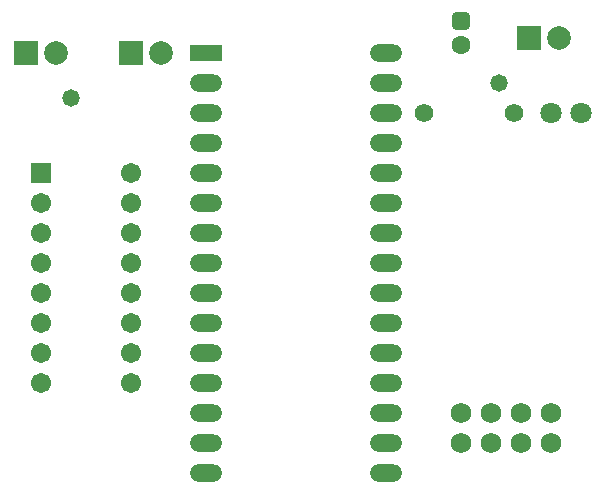
<source format=gbs>
G04 Layer_Color=8150272*
%FSLAX25Y25*%
%MOIN*%
G70*
G01*
G75*
%ADD28C,0.07099*%
%ADD29C,0.06800*%
%ADD30C,0.06200*%
%ADD31O,0.10800X0.05800*%
%ADD32R,0.10800X0.05800*%
%ADD33C,0.07887*%
%ADD34R,0.07887X0.07887*%
%ADD35C,0.06312*%
G04:AMPARAMS|DCode=36|XSize=63.12mil|YSize=63.12mil|CornerRadius=20.54mil|HoleSize=0mil|Usage=FLASHONLY|Rotation=90.000|XOffset=0mil|YOffset=0mil|HoleType=Round|Shape=RoundedRectangle|*
%AMROUNDEDRECTD36*
21,1,0.06312,0.02205,0,0,90.0*
21,1,0.02205,0.06312,0,0,90.0*
1,1,0.04107,0.01102,0.01102*
1,1,0.04107,0.01102,-0.01102*
1,1,0.04107,-0.01102,-0.01102*
1,1,0.04107,-0.01102,0.01102*
%
%ADD36ROUNDEDRECTD36*%
%ADD37R,0.06706X0.06706*%
%ADD38C,0.06706*%
%ADD39C,0.05800*%
D28*
X375000Y380000D02*
D03*
X365000D02*
D03*
D29*
X335000Y280000D02*
D03*
Y270000D02*
D03*
X345000Y280000D02*
D03*
Y270000D02*
D03*
X355000Y280000D02*
D03*
Y270000D02*
D03*
X365000Y280000D02*
D03*
Y270000D02*
D03*
D30*
X352500Y380000D02*
D03*
X322500D02*
D03*
D31*
X310000Y260000D02*
D03*
Y270000D02*
D03*
Y280000D02*
D03*
Y290000D02*
D03*
Y300000D02*
D03*
Y310000D02*
D03*
Y320000D02*
D03*
Y330000D02*
D03*
Y340000D02*
D03*
Y350000D02*
D03*
Y360000D02*
D03*
Y370000D02*
D03*
Y380000D02*
D03*
Y390000D02*
D03*
Y400000D02*
D03*
X250000Y260000D02*
D03*
Y270000D02*
D03*
Y280000D02*
D03*
Y290000D02*
D03*
Y300000D02*
D03*
Y310000D02*
D03*
Y320000D02*
D03*
Y330000D02*
D03*
Y340000D02*
D03*
Y350000D02*
D03*
Y360000D02*
D03*
Y370000D02*
D03*
Y380000D02*
D03*
Y390000D02*
D03*
D32*
Y400000D02*
D03*
D33*
X200000D02*
D03*
X235000D02*
D03*
X367500Y405000D02*
D03*
D34*
X190000Y400000D02*
D03*
X225000D02*
D03*
X357500Y405000D02*
D03*
D35*
X335000Y402500D02*
D03*
D36*
Y410374D02*
D03*
D37*
X195000Y360000D02*
D03*
D38*
Y350000D02*
D03*
Y340000D02*
D03*
Y330000D02*
D03*
Y320000D02*
D03*
Y310000D02*
D03*
Y300000D02*
D03*
Y290000D02*
D03*
X225000Y360000D02*
D03*
Y350000D02*
D03*
Y340000D02*
D03*
Y330000D02*
D03*
Y320000D02*
D03*
Y310000D02*
D03*
Y300000D02*
D03*
Y290000D02*
D03*
D39*
X347500Y390000D02*
D03*
X205000Y385000D02*
D03*
M02*

</source>
